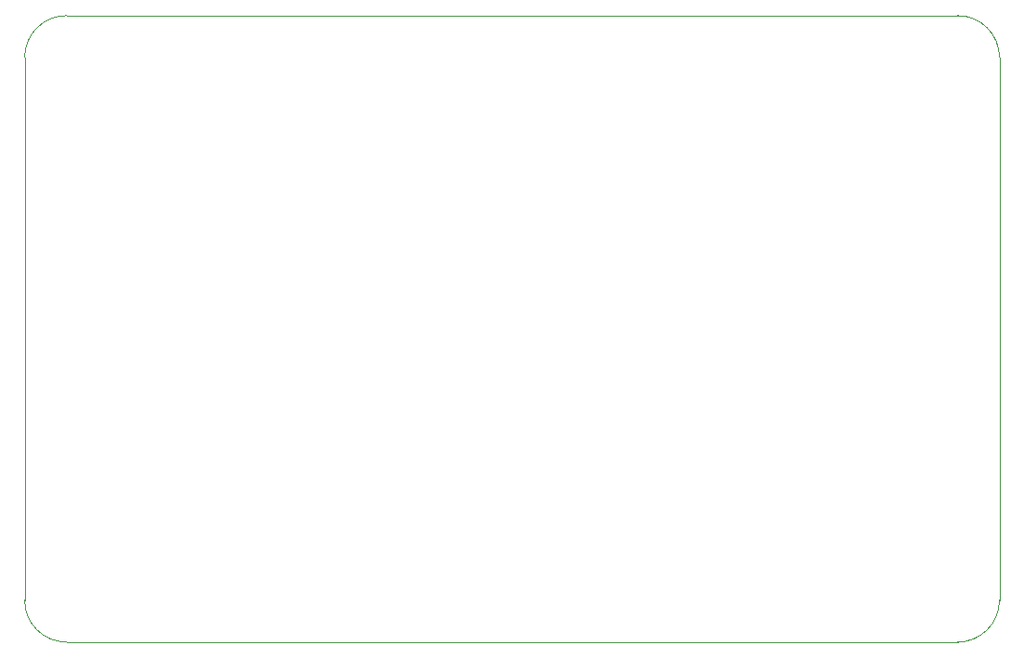
<source format=gbr>
%TF.GenerationSoftware,KiCad,Pcbnew,5.1.7-a382d34a8~87~ubuntu18.04.1*%
%TF.CreationDate,2021-02-24T17:41:24-08:00*%
%TF.ProjectId,teensy3x_solenoid_driver,7465656e-7379-4337-985f-736f6c656e6f,rev?*%
%TF.SameCoordinates,Original*%
%TF.FileFunction,Profile,NP*%
%FSLAX46Y46*%
G04 Gerber Fmt 4.6, Leading zero omitted, Abs format (unit mm)*
G04 Created by KiCad (PCBNEW 5.1.7-a382d34a8~87~ubuntu18.04.1) date 2021-02-24 17:41:24*
%MOMM*%
%LPD*%
G01*
G04 APERTURE LIST*
%TA.AperFunction,Profile*%
%ADD10C,0.050000*%
%TD*%
G04 APERTURE END LIST*
D10*
X139700000Y-54610000D02*
X139700000Y-104140000D01*
X50800000Y-54610000D02*
X50800000Y-104140000D01*
X135890000Y-107950000D02*
X54610000Y-107950000D01*
X54610000Y-50800000D02*
X135890000Y-50800000D01*
X54610000Y-107950000D02*
G75*
G02*
X50800000Y-104140000I0J3810000D01*
G01*
X139700000Y-104140000D02*
G75*
G02*
X135890000Y-107950000I-3810000J0D01*
G01*
X135890000Y-50800000D02*
G75*
G02*
X139700000Y-54610000I0J-3810000D01*
G01*
X50800000Y-54610000D02*
G75*
G02*
X54610000Y-50800000I3810000J0D01*
G01*
M02*

</source>
